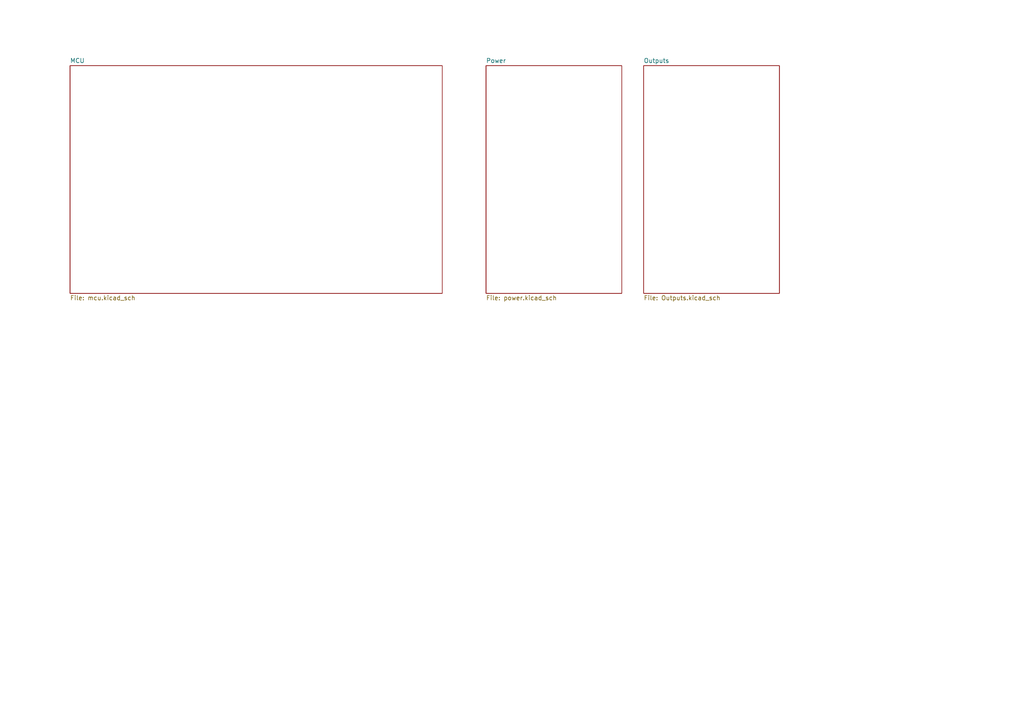
<source format=kicad_sch>
(kicad_sch
	(version 20231120)
	(generator "eeschema")
	(generator_version "8.0")
	(uuid "4b478080-1b18-4cae-a6eb-51454cf43595")
	(paper "A4")
	(lib_symbols)
	(sheet
		(at 20.32 19.05)
		(size 107.95 66.04)
		(fields_autoplaced yes)
		(stroke
			(width 0.1524)
			(type solid)
		)
		(fill
			(color 0 0 0 0.0000)
		)
		(uuid "078ad315-b40f-432c-8194-3143ad5dab09")
		(property "Sheetname" "MCU"
			(at 20.32 18.3384 0)
			(effects
				(font
					(size 1.27 1.27)
				)
				(justify left bottom)
			)
		)
		(property "Sheetfile" "mcu.kicad_sch"
			(at 20.32 85.6746 0)
			(effects
				(font
					(size 1.27 1.27)
				)
				(justify left top)
			)
		)
		(instances
			(project "nrfMain"
				(path "/4b478080-1b18-4cae-a6eb-51454cf43595"
					(page "2")
				)
			)
		)
	)
	(sheet
		(at 140.97 19.05)
		(size 39.37 66.04)
		(fields_autoplaced yes)
		(stroke
			(width 0.1524)
			(type solid)
		)
		(fill
			(color 0 0 0 0.0000)
		)
		(uuid "0dd7376e-3e01-470b-b555-85887cf9232f")
		(property "Sheetname" "Power"
			(at 140.97 18.3384 0)
			(effects
				(font
					(size 1.27 1.27)
				)
				(justify left bottom)
			)
		)
		(property "Sheetfile" "power.kicad_sch"
			(at 140.97 85.6746 0)
			(effects
				(font
					(size 1.27 1.27)
				)
				(justify left top)
			)
		)
		(instances
			(project "nrfMain"
				(path "/4b478080-1b18-4cae-a6eb-51454cf43595"
					(page "3")
				)
			)
		)
	)
	(sheet
		(at 186.69 19.05)
		(size 39.37 66.04)
		(fields_autoplaced yes)
		(stroke
			(width 0.1524)
			(type solid)
		)
		(fill
			(color 0 0 0 0.0000)
		)
		(uuid "60577678-b461-48ab-a77f-5a5fa4853d50")
		(property "Sheetname" "Outputs"
			(at 186.69 18.3384 0)
			(effects
				(font
					(size 1.27 1.27)
				)
				(justify left bottom)
			)
		)
		(property "Sheetfile" "Outputs.kicad_sch"
			(at 186.69 85.6746 0)
			(effects
				(font
					(size 1.27 1.27)
				)
				(justify left top)
			)
		)
		(instances
			(project "nrfMain"
				(path "/4b478080-1b18-4cae-a6eb-51454cf43595"
					(page "4")
				)
			)
		)
	)
	(sheet_instances
		(path "/"
			(page "1")
		)
	)
)

</source>
